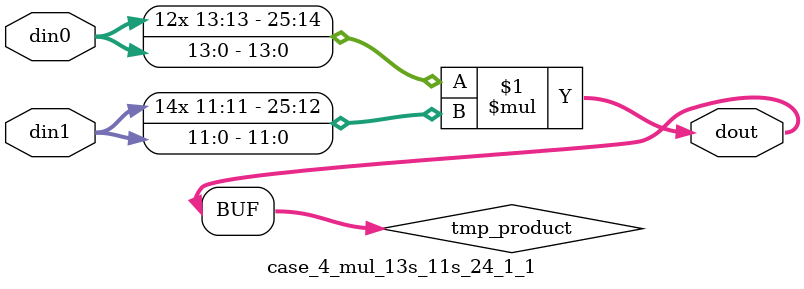
<source format=v>

`timescale 1 ns / 1 ps

 (* use_dsp = "no" *)  module case_4_mul_13s_11s_24_1_1(din0, din1, dout);
parameter ID = 1;
parameter NUM_STAGE = 0;
parameter din0_WIDTH = 14;
parameter din1_WIDTH = 12;
parameter dout_WIDTH = 26;

input [din0_WIDTH - 1 : 0] din0; 
input [din1_WIDTH - 1 : 0] din1; 
output [dout_WIDTH - 1 : 0] dout;

wire signed [dout_WIDTH - 1 : 0] tmp_product;



























assign tmp_product = $signed(din0) * $signed(din1);








assign dout = tmp_product;





















endmodule

</source>
